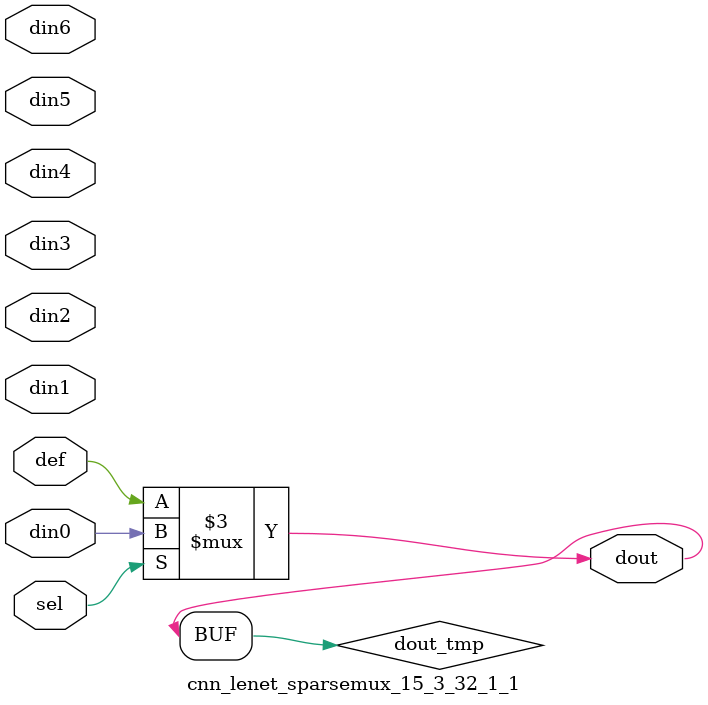
<source format=v>
`timescale 1ns / 1ps

module cnn_lenet_sparsemux_15_3_32_1_1 (din0,din1,din2,din3,din4,din5,din6,def,sel,dout);

parameter din0_WIDTH = 1;

parameter din1_WIDTH = 1;

parameter din2_WIDTH = 1;

parameter din3_WIDTH = 1;

parameter din4_WIDTH = 1;

parameter din5_WIDTH = 1;

parameter din6_WIDTH = 1;

parameter def_WIDTH = 1;
parameter sel_WIDTH = 1;
parameter dout_WIDTH = 1;

parameter [sel_WIDTH-1:0] CASE0 = 1;

parameter [sel_WIDTH-1:0] CASE1 = 1;

parameter [sel_WIDTH-1:0] CASE2 = 1;

parameter [sel_WIDTH-1:0] CASE3 = 1;

parameter [sel_WIDTH-1:0] CASE4 = 1;

parameter [sel_WIDTH-1:0] CASE5 = 1;

parameter [sel_WIDTH-1:0] CASE6 = 1;

parameter ID = 1;
parameter NUM_STAGE = 1;



input [din0_WIDTH-1:0] din0;

input [din1_WIDTH-1:0] din1;

input [din2_WIDTH-1:0] din2;

input [din3_WIDTH-1:0] din3;

input [din4_WIDTH-1:0] din4;

input [din5_WIDTH-1:0] din5;

input [din6_WIDTH-1:0] din6;

input [def_WIDTH-1:0] def;
input [sel_WIDTH-1:0] sel;

output [dout_WIDTH-1:0] dout;



reg [dout_WIDTH-1:0] dout_tmp;

always @ (*) begin
case (sel)
    
    CASE0 : dout_tmp = din0;
    
    CASE1 : dout_tmp = din1;
    
    CASE2 : dout_tmp = din2;
    
    CASE3 : dout_tmp = din3;
    
    CASE4 : dout_tmp = din4;
    
    CASE5 : dout_tmp = din5;
    
    CASE6 : dout_tmp = din6;
    
    default : dout_tmp = def;
endcase
end


assign dout = dout_tmp;



endmodule

</source>
